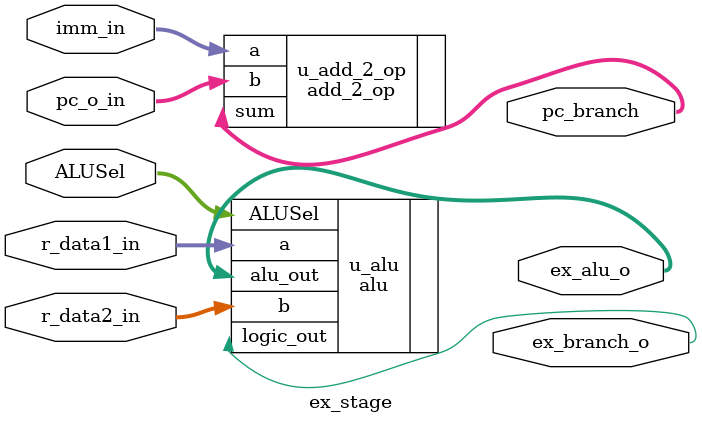
<source format=v>
module ex_stage(
    input [31:0] r_data1_in,
    input [31:0] r_data2_in,
    input [5:0] ALUSel,
    input [31:0] imm_in,
    input [31:0] pc_o_in,

    output ex_branch_o,
    output [31:0] pc_branch,
    output [31:0] ex_alu_o
);

    add_2_op u_add_2_op (
        .a(imm_in),
        .b(pc_o_in),
        .sum(pc_branch)
    );

    alu u_alu(
        .a(r_data1_in),
        .b(r_data2_in),
        .ALUSel(ALUSel),
        .logic_out(ex_branch_o),
        .alu_out(ex_alu_o)
    );


endmodule
</source>
